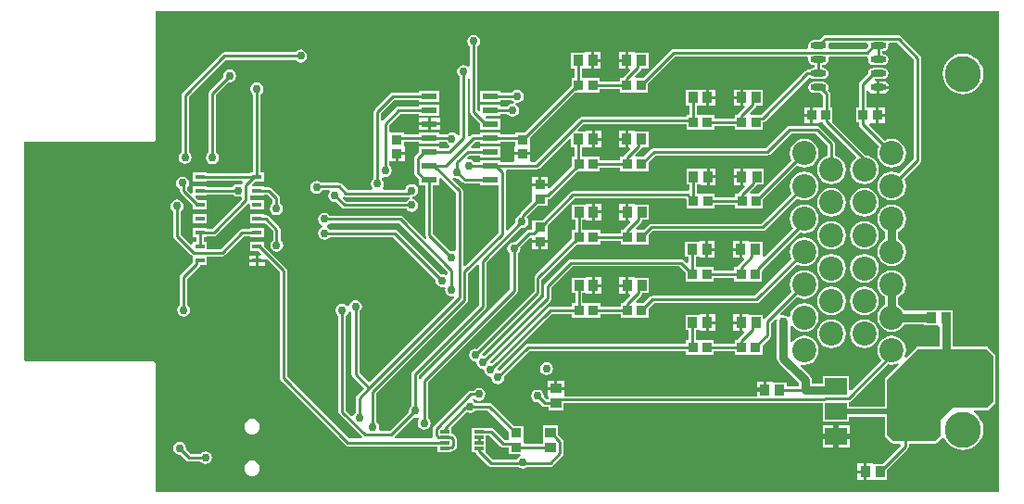
<source format=gbl>
%FSLAX23Y23*%
%MOIN*%
%SFA1B1*%

%IPPOS*%
%ADD13C,0.010000*%
%ADD16R,0.035430X0.039370*%
%ADD17R,0.039370X0.035430*%
%ADD26R,0.037400X0.033470*%
%ADD27R,0.033470X0.037400*%
%ADD28R,0.035000X0.016540*%
%ADD29R,0.057090X0.023620*%
%ADD30O,0.057090X0.023620*%
%ADD60C,0.030000*%
%ADD61C,0.129920*%
%ADD62C,0.086610*%
%ADD63C,0.030000*%
%ADD64R,0.078740X0.059060*%
%ADD65R,0.078740X0.149610*%
%ADD66R,0.035430X0.011810*%
%ADD67C,0.020000*%
%LNpedalboxrev2-1*%
%LPD*%
G36*
X3989Y10D02*
X953D01*
Y472*
X952Y475*
X950Y478*
X948Y479*
X944Y480*
X487*
X482Y485*
X482Y1269*
X944*
X948Y1270*
X950Y1271*
X952Y1274*
X953Y1277*
Y1739*
X3989*
Y10*
G37*
%LNpedalboxrev2-2*%
%LPC*%
G36*
X2555Y1592D02*
X2532D01*
Y1567*
X2555*
Y1592*
G37*
G36*
X2643D02*
X2620D01*
Y1567*
X2643*
Y1592*
G37*
G36*
X1476Y1602D02*
X1467Y1600D01*
X1459Y1595*
X1457Y1592*
X1201*
X1196Y1591*
X1191Y1588*
X1051Y1448*
X1048Y1444*
X1047Y1438*
Y1232*
X1044Y1230*
X1039Y1222*
X1037Y1213*
X1039Y1204*
X1044Y1197*
X1052Y1192*
X1061Y1190*
X1069Y1192*
X1077Y1197*
X1082Y1204*
X1084Y1213*
X1082Y1222*
X1077Y1230*
X1074Y1232*
Y1433*
X1206Y1565*
X1457*
X1459Y1562*
X1467Y1557*
X1476Y1555*
X1485Y1557*
X1492Y1562*
X1498Y1570*
X1499Y1579*
X1498Y1588*
X1492Y1595*
X1485Y1600*
X1476Y1602*
G37*
G36*
X2643Y1557D02*
X2620D01*
Y1533*
X2643*
Y1557*
G37*
G36*
X2555D02*
X2532D01*
Y1533*
X2555*
Y1557*
G37*
G36*
X1221Y1531D02*
X1212Y1529D01*
X1204Y1524*
X1199Y1516*
X1197Y1507*
X1198Y1503*
X1149Y1454*
X1146Y1450*
X1145Y1445*
Y1231*
X1142Y1229*
X1137Y1221*
X1135Y1212*
X1137Y1203*
X1142Y1196*
X1149Y1190*
X1158Y1189*
X1167Y1190*
X1175Y1196*
X1180Y1203*
X1182Y1212*
X1180Y1221*
X1175Y1229*
X1171Y1231*
Y1439*
X1217Y1485*
X1221Y1484*
X1230Y1486*
X1237Y1491*
X1242Y1498*
X1244Y1507*
X1242Y1516*
X1237Y1524*
X1230Y1529*
X1221Y1531*
G37*
G36*
X3569Y1488D02*
X3558D01*
Y1471*
X3591*
X3590Y1474*
X3585Y1482*
X3578Y1486*
X3569Y1488*
G37*
G36*
X3591Y1461D02*
X3558D01*
Y1444*
X3569*
X3578Y1445*
X3585Y1450*
X3590Y1457*
X3591Y1461*
G37*
G36*
X3569Y1536D02*
X3536D01*
X3528Y1535*
X3522Y1530*
X3517Y1524*
X3516Y1516*
X3516Y1515*
X3488Y1487*
X3485Y1483*
X3484Y1477*
Y1392*
X3474*
Y1339*
X3484*
Y1333*
X3485Y1328*
X3488Y1324*
X3557Y1255*
X3557Y1255*
X3552Y1242*
X3550Y1229*
X3552Y1215*
X3557Y1203*
X3565Y1192*
X3576Y1184*
X3588Y1179*
X3602Y1177*
X3615Y1179*
X3628Y1184*
X3638Y1192*
X3647Y1203*
X3652Y1215*
X3654Y1229*
X3652Y1242*
X3647Y1255*
X3638Y1265*
X3628Y1274*
X3615Y1279*
X3602Y1281*
X3588Y1279*
X3576Y1274*
X3576Y1274*
X3522Y1327*
X3523Y1337*
X3523Y1337*
X3545*
Y1366*
Y1394*
X3523*
Y1392*
X3511*
Y1452*
X3518Y1454*
X3520Y1450*
X3527Y1445*
X3536Y1444*
X3548*
Y1466*
Y1488*
X3544*
X3543Y1489*
X3540Y1495*
X3541Y1496*
X3569*
X3577Y1497*
X3584Y1502*
X3588Y1508*
X3590Y1516*
X3588Y1524*
X3584Y1530*
X3577Y1535*
X3569Y1536*
G37*
G36*
X3858Y1588D02*
X3843Y1586D01*
X3830Y1582*
X3817Y1575*
X3806Y1566*
X3797Y1555*
X3790Y1542*
X3786Y1529*
X3784Y1514*
X3786Y1500*
X3790Y1486*
X3797Y1474*
X3806Y1462*
X3817Y1453*
X3830Y1447*
X3843Y1442*
X3858Y1441*
X3872Y1442*
X3886Y1447*
X3899Y1453*
X3910Y1462*
X3919Y1474*
X3926Y1486*
X3930Y1500*
X3931Y1514*
X3930Y1529*
X3926Y1542*
X3919Y1555*
X3910Y1566*
X3899Y1575*
X3886Y1582*
X3872Y1586*
X3858Y1588*
G37*
G36*
X3355Y1486D02*
X3321D01*
X3314Y1485*
X3307Y1480*
X3303Y1474*
X3301Y1466*
X3303Y1458*
X3307Y1452*
X3314Y1447*
X3321Y1446*
X3345*
X3354Y1436*
Y1392*
X3340*
Y1394*
X3318*
Y1366*
Y1337*
X3340*
Y1339*
X3355*
X3355Y1338*
X3358Y1334*
X3474Y1218*
X3473Y1211*
X3467Y1206*
X3459Y1196*
X3453Y1183*
X3452Y1170*
X3453Y1156*
X3459Y1144*
X3467Y1133*
X3478Y1125*
X3490Y1120*
X3503Y1118*
X3517Y1120*
X3529Y1125*
X3540Y1133*
X3548Y1144*
X3553Y1156*
X3555Y1170*
X3553Y1183*
X3548Y1196*
X3540Y1206*
X3529Y1215*
X3517Y1220*
X3509Y1221*
X3389Y1340*
Y1392*
X3381*
Y1442*
X3380Y1447*
X3377Y1451*
X3372Y1456*
X3373Y1458*
X3375Y1466*
X3373Y1474*
X3369Y1480*
X3363Y1485*
X3355Y1486*
G37*
G36*
X3576Y1394D02*
X3555D01*
Y1371*
X3576*
Y1394*
G37*
G36*
X3308D02*
X3287D01*
Y1371*
X3308*
Y1394*
G37*
G36*
X1977Y1356D02*
X1943D01*
Y1339*
X1977*
Y1356*
G37*
G36*
X1933D02*
X1900D01*
Y1339*
X1933*
Y1356*
G37*
G36*
X3576Y1361D02*
X3555D01*
Y1337*
X3576*
Y1361*
G37*
G36*
X3308D02*
X3287D01*
Y1337*
X3308*
Y1361*
G37*
G36*
X1977Y1329D02*
X1943D01*
Y1312*
X1977*
Y1329*
G37*
G36*
X1933D02*
X1900D01*
Y1312*
X1933*
Y1329*
G37*
G36*
X2556Y1309D02*
X2533D01*
Y1284*
X2556*
Y1309*
G37*
G36*
X2644D02*
X2621D01*
Y1284*
X2644*
Y1309*
G37*
G36*
Y1274D02*
X2621D01*
Y1249*
X2644*
Y1274*
G37*
G36*
X2556D02*
X2533D01*
Y1249*
X2556*
Y1274*
G37*
G36*
X1851Y1222D02*
X1827D01*
Y1200*
X1851*
Y1222*
G37*
G36*
X1318Y1484D02*
X1309Y1482D01*
X1302Y1477*
X1297Y1469*
X1295Y1460*
X1297Y1451*
X1302Y1444*
X1305Y1441*
Y1159*
X1293*
Y1156*
X1139*
Y1159*
X1088*
Y1126*
X1139*
Y1129*
X1263*
X1267Y1122*
X1266Y1119*
X1260Y1117*
X1251Y1118*
X1242Y1117*
X1235Y1112*
X1231Y1106*
X1139*
Y1109*
X1088*
Y1087*
X1082Y1084*
X1068Y1098*
Y1106*
X1073Y1113*
X1075Y1122*
X1073Y1131*
X1068Y1138*
X1060Y1143*
X1051Y1145*
X1042Y1143*
X1035Y1138*
X1029Y1131*
X1028Y1122*
X1029Y1113*
X1035Y1105*
X1042Y1100*
Y1092*
X1043Y1087*
X1046Y1083*
X1088Y1040*
Y1026*
X1139*
Y1059*
X1107*
X1096Y1070*
X1099Y1076*
X1139*
Y1079*
X1234*
X1235Y1078*
X1242Y1073*
X1251Y1072*
X1258Y1073*
X1264Y1069*
X1265Y1063*
X1158Y956*
X1139*
Y959*
X1088*
Y926*
X1100*
Y909*
X1088*
Y902*
X1082Y899*
X1044Y937*
Y1020*
X1048Y1022*
X1053Y1030*
X1054Y1039*
X1053Y1048*
X1048Y1055*
X1040Y1061*
X1031Y1062*
X1022Y1061*
X1014Y1055*
X1009Y1048*
X1008Y1039*
X1009Y1030*
X1014Y1022*
X1018Y1020*
Y931*
X1019Y926*
X1022Y922*
X1081Y862*
X1086Y859*
X1088Y859*
Y841*
X1088Y839*
Y836*
X1045Y793*
X1042Y789*
X1041Y784*
Y684*
X1038Y681*
X1033Y674*
X1031Y665*
X1033Y656*
X1038Y648*
X1046Y643*
X1055Y641*
X1064Y643*
X1071Y648*
X1076Y656*
X1078Y665*
X1076Y674*
X1071Y681*
X1068Y684*
Y778*
X1111Y821*
X1113Y825*
X1114Y826*
X1139*
Y858*
X1194*
X1199Y859*
X1204Y862*
X1271Y929*
X1293*
Y926*
X1344*
Y959*
X1293*
Y956*
X1265*
X1260Y955*
X1256Y952*
X1189Y885*
X1139*
Y909*
X1127*
Y926*
X1139*
Y929*
X1163*
X1168Y930*
X1172Y933*
X1286Y1047*
X1293Y1044*
Y1026*
X1344*
Y1059*
X1300*
X1293Y1059*
X1293Y1066*
Y1069*
X1293Y1076*
X1344*
Y1079*
X1357*
X1375Y1061*
Y1048*
X1372Y1046*
X1367Y1038*
X1365Y1029*
X1367Y1020*
X1372Y1012*
X1379Y1007*
X1388Y1006*
X1397Y1007*
X1405Y1012*
X1410Y1020*
X1412Y1029*
X1410Y1038*
X1405Y1046*
X1402Y1048*
Y1066*
X1401Y1072*
X1398Y1076*
X1371Y1102*
X1367Y1105*
X1362Y1106*
X1344*
Y1109*
X1303*
X1301Y1115*
X1312Y1126*
X1344*
Y1159*
X1332*
Y1441*
X1335Y1444*
X1340Y1451*
X1342Y1460*
X1340Y1469*
X1335Y1477*
X1327Y1482*
X1318Y1484*
G37*
G36*
X2098Y1655D02*
X2089Y1654D01*
X2081Y1648*
X2076Y1641*
X2074Y1632*
X2076Y1623*
X2081Y1615*
X2085Y1613*
Y1544*
X2083Y1542*
X2078Y1541*
X2071Y1545*
X2062Y1547*
X2054Y1545*
X2046Y1540*
X2041Y1532*
X2039Y1523*
X2041Y1514*
X2046Y1507*
X2049Y1504*
Y1296*
X2046Y1294*
X2037Y1296*
X2036Y1298*
X2028Y1303*
X2019Y1305*
X2010Y1303*
X2003Y1298*
X2001Y1296*
X1975*
Y1304*
X1902*
Y1297*
X1849*
Y1303*
X1800*
X1796*
X1793Y1309*
Y1330*
X1834Y1371*
X1902*
Y1364*
X1975*
Y1404*
X1902*
Y1397*
X1829*
X1824Y1396*
X1819Y1393*
X1772Y1346*
X1766Y1348*
X1765Y1349*
Y1372*
X1814Y1421*
X1902*
Y1414*
X1975*
Y1454*
X1902*
Y1447*
X1808*
X1803Y1446*
X1799Y1443*
X1743Y1387*
X1740Y1383*
X1739Y1378*
Y1137*
X1735Y1135*
X1730Y1128*
X1729Y1119*
X1730Y1110*
X1733Y1105*
X1730Y1098*
X1644*
X1624Y1119*
X1619Y1121*
X1614Y1122*
X1550*
X1550Y1123*
X1542Y1128*
X1533Y1130*
X1524Y1128*
X1516Y1123*
X1511Y1116*
X1510Y1107*
X1511Y1098*
X1516Y1090*
X1524Y1085*
X1533Y1083*
X1542Y1085*
X1550Y1090*
X1553Y1096*
X1576*
X1580Y1089*
X1577Y1085*
X1575Y1076*
X1577Y1067*
X1582Y1060*
X1590Y1055*
X1599Y1053*
X1603Y1054*
X1624Y1032*
X1628Y1030*
X1633Y1029*
X1856*
X1858Y1025*
X1866Y1020*
X1875Y1018*
X1883Y1020*
X1891Y1025*
X1896Y1033*
X1898Y1042*
X1896Y1051*
X1891Y1058*
X1883Y1063*
X1879Y1064*
X1877Y1065*
X1877Y1065*
Y1072*
X1879Y1072*
X1883Y1073*
X1891Y1078*
X1896Y1086*
X1898Y1095*
X1896Y1104*
X1891Y1112*
X1883Y1117*
X1875Y1118*
X1866Y1117*
X1858Y1112*
X1853Y1104*
X1852Y1098*
X1774*
X1771Y1105*
X1774Y1110*
X1775Y1119*
X1774Y1128*
X1769Y1135*
X1769Y1139*
X1776Y1144*
X1780Y1143*
X1789Y1145*
X1797Y1150*
X1802Y1158*
X1803Y1167*
X1802Y1176*
X1797Y1183*
X1793Y1186*
Y1193*
X1794Y1200*
X1800*
X1817*
Y1227*
X1822*
Y1232*
X1851*
Y1254*
X1849*
Y1271*
X1902*
Y1264*
X1975*
Y1269*
X2000*
X2003Y1265*
X2009Y1261*
X2012Y1253*
X2006Y1247*
X1975*
Y1254*
X1902*
Y1233*
X1888Y1219*
X1885Y1214*
X1884Y1209*
Y1159*
X1885Y1154*
X1888Y1149*
X1902Y1135*
Y1114*
X1925*
Y935*
X1926Y929*
X1929Y925*
X1924Y920*
X1844Y1001*
X1839Y1004*
X1834Y1005*
X1580*
X1578Y1008*
X1570Y1013*
X1562Y1015*
X1553Y1013*
X1545Y1008*
X1540Y1001*
X1538Y992*
X1540Y983*
X1545Y975*
X1552Y970*
X1553Y968*
Y965*
X1552Y963*
X1545Y958*
X1540Y950*
X1538Y941*
X1540Y932*
X1545Y925*
X1553Y920*
X1562Y918*
X1570Y920*
X1578Y925*
X1580Y928*
X1808*
X1961Y775*
X1960Y771*
X1962Y762*
X1967Y754*
X1975Y749*
X1984Y748*
X1990Y749*
X1995Y744*
X1996Y743*
X1995Y738*
X1997Y729*
X2002Y721*
X2009Y716*
X2018Y714*
X2026Y716*
X2029Y711*
X2030Y710*
X1722Y403*
X1686Y439*
Y659*
X1689Y661*
X1694Y669*
X1696Y678*
X1694Y687*
X1689Y694*
X1682Y699*
X1673Y701*
X1664Y699*
X1656Y694*
X1651Y687*
X1650Y681*
X1643Y680*
X1642Y680*
X1634Y686*
X1625Y687*
X1617Y686*
X1609Y680*
X1604Y673*
X1602Y664*
X1604Y655*
X1609Y647*
X1612Y645*
Y298*
X1613Y293*
X1616Y289*
X1697Y209*
X1695Y203*
X1694Y202*
X1651*
X1426Y426*
Y807*
X1425Y812*
X1422Y817*
X1344Y895*
Y909*
X1293*
Y876*
X1325*
X1334Y867*
X1331Y861*
X1323*
Y848*
X1349*
X1352Y849*
X1400Y802*
Y421*
X1401Y416*
X1404Y411*
X1636Y179*
X1640Y176*
X1645Y175*
X1968*
Y154*
X2019*
Y156*
X2022Y156*
X2026Y159*
X2034Y167*
X2037Y171*
X2038Y176*
Y199*
X2037Y204*
X2034Y208*
X2026Y216*
X2022Y219*
X2019Y219*
Y241*
X2018Y244*
X2073Y298*
X2076Y296*
X2085Y294*
X2094Y296*
X2102Y301*
X2104Y304*
X2149*
X2225Y228*
Y197*
X2218Y196*
X2210*
X2170Y236*
X2166Y239*
X2160Y240*
X2141*
Y241*
X2090*
Y193*
Y154*
X2105*
X2105Y152*
X2108Y148*
X2152Y104*
X2156Y101*
X2161Y100*
X2259*
X2266Y96*
X2275Y94*
X2284Y96*
X2291Y100*
X2373*
X2378Y101*
X2383Y104*
X2418Y140*
X2421Y144*
X2422Y149*
Y191*
X2421Y196*
X2418Y200*
X2408Y210*
X2406Y211*
X2401Y216*
Y249*
X2346*
Y202*
Y197*
Y195*
Y184*
X2283*
X2278Y189*
Y195*
Y202*
Y247*
X2244*
X2163Y327*
X2159Y330*
X2154Y331*
X2104*
X2102Y334*
X2097Y337*
X2095Y344*
X2101Y345*
X2109Y340*
X2118Y338*
X2127Y340*
X2134Y345*
X2139Y353*
X2141Y362*
X2139Y371*
X2134Y378*
X2127Y383*
X2118Y385*
X2109Y383*
X2101Y378*
X2099Y375*
X2086*
X2081Y374*
X2077Y371*
X1954Y248*
X1951Y243*
X1950Y238*
Y216*
X1951Y211*
X1952Y209*
X1949Y202*
X1816*
X1814Y203*
X1813Y209*
X1883Y279*
X1887Y278*
X1896Y280*
X1897Y280*
X1902Y276*
X1902Y273*
X1898Y266*
X1896Y257*
X1898Y248*
X1903Y241*
X1911Y236*
X1920Y234*
X1929Y236*
X1936Y241*
X1941Y248*
X1943Y257*
X1941Y266*
X1936Y274*
X1933Y276*
Y405*
X2252Y724*
X2255Y728*
X2256Y733*
Y868*
X2259Y870*
X2264Y877*
X2266Y886*
X2265Y890*
X2300Y925*
X2307Y923*
Y916*
X2365*
Y938*
X2363*
Y968*
X2461Y1066*
X2860*
X2865Y1062*
Y1029*
X2909*
X2914*
X2921*
X2965*
Y1042*
X3039*
Y1029*
X3083*
X3088*
X3095*
X3139*
Y1064*
X3260Y1185*
X3261Y1184*
X3274Y1179*
X3287Y1177*
X3300Y1179*
X3313Y1184*
X3323Y1192*
X3332Y1203*
X3337Y1215*
X3339Y1229*
X3337Y1242*
X3332Y1255*
X3323Y1265*
X3313Y1274*
X3300Y1279*
X3287Y1281*
X3274Y1279*
X3261Y1274*
X3250Y1265*
X3242Y1255*
X3237Y1242*
X3235Y1229*
X3237Y1215*
X3242Y1204*
X3121Y1082*
X3095*
X3092Y1089*
X3112Y1109*
X3115Y1114*
X3116Y1117*
X3141*
Y1173*
X3090*
Y1175*
X3067*
Y1145*
Y1115*
X3072*
X3075Y1109*
X3054Y1089*
X3051Y1084*
X3051Y1082*
X3039*
Y1069*
X2965*
Y1082*
X2921*
X2916*
X2909*
X2902*
Y1117*
X2914*
Y1115*
X2936*
Y1145*
Y1175*
X2914*
Y1173*
X2863*
Y1117*
X2875*
Y1097*
X2874Y1096*
X2868Y1092*
X2866Y1092*
X2455*
X2450Y1091*
X2446Y1089*
X2344Y987*
X2309*
Y956*
X2307Y954*
X2297*
X2292Y953*
X2288Y950*
X2247Y909*
X2243Y910*
X2234Y908*
X2226Y903*
X2221Y895*
X2219Y886*
X2221Y877*
X2226Y870*
X2229Y868*
Y739*
X1910Y420*
X1908Y416*
X1901Y416*
Y428*
X2139Y667*
X2142Y671*
X2143Y676*
Y836*
X2267Y960*
X2271Y959*
X2280Y961*
X2288Y966*
X2293Y974*
X2295Y983*
X2293Y992*
X2288Y999*
Y1000*
X2328Y1040*
X2363*
Y1063*
X2365*
X2370Y1064*
X2374Y1067*
X2470Y1163*
X2495*
X2501*
X2508*
X2552*
Y1176*
X2625*
Y1163*
X2670*
X2675*
X2682*
X2726*
Y1195*
X2752Y1221*
X3155*
X3160Y1222*
X3164Y1225*
X3240Y1301*
X3328*
X3372Y1257*
Y1220*
X3372Y1220*
X3359Y1215*
X3349Y1206*
X3341Y1196*
X3335Y1183*
X3334Y1170*
X3335Y1156*
X3341Y1144*
X3349Y1133*
X3359Y1125*
X3372Y1120*
X3385Y1118*
X3399Y1120*
X3411Y1125*
X3422Y1133*
X3430Y1144*
X3435Y1156*
X3437Y1170*
X3435Y1183*
X3430Y1196*
X3422Y1206*
X3411Y1215*
X3399Y1220*
X3399Y1220*
Y1262*
X3398Y1267*
X3395Y1271*
X3342Y1324*
X3338Y1327*
X3333Y1328*
X3235*
X3230Y1327*
X3225Y1324*
X3150Y1248*
X2747*
X2741Y1247*
X2737Y1244*
X2709Y1216*
X2682*
X2679Y1223*
X2699Y1243*
X2702Y1247*
X2703Y1251*
X2728*
Y1307*
X2677*
Y1309*
X2654*
Y1279*
X2649*
X2654*
Y1249*
X2658*
X2661Y1243*
X2641Y1222*
X2638Y1218*
X2637Y1216*
X2625*
Y1203*
X2552*
Y1216*
X2508*
X2502*
X2495*
X2488*
Y1251*
X2500*
Y1249*
X2523*
Y1279*
Y1309*
X2500*
Y1307*
X2475*
X2472Y1313*
X2492Y1333*
X2863*
Y1312*
X2907*
X2912*
X2919*
X2963*
Y1326*
X3037*
Y1312*
X3081*
X3086*
X3093*
X3137*
Y1340*
X3141Y1341*
X3146Y1343*
X3301Y1498*
X3307Y1502*
X3314Y1497*
X3321Y1496*
X3355*
X3363Y1497*
X3369Y1502*
X3373Y1508*
X3375Y1516*
X3373Y1524*
X3369Y1530*
X3363Y1535*
X3355Y1536*
X3351*
Y1546*
X3355*
X3363Y1547*
X3369Y1552*
X3373Y1558*
X3375Y1566*
X3374Y1571*
X3379Y1578*
X3512*
X3513Y1576*
X3515Y1575*
X3517Y1571*
X3516Y1566*
X3517Y1558*
X3522Y1552*
X3528Y1547*
X3536Y1546*
X3569*
X3577Y1547*
X3584Y1552*
X3588Y1558*
X3590Y1566*
X3588Y1574*
X3584Y1580*
X3577Y1585*
X3569Y1586*
X3566*
Y1596*
X3569*
X3577Y1597*
X3584Y1602*
X3588Y1608*
X3590Y1616*
X3589Y1620*
X3593Y1627*
X3621*
X3682Y1566*
Y1210*
X3628Y1155*
X3628Y1156*
X3615Y1161*
X3602Y1162*
X3588Y1161*
X3576Y1156*
X3565Y1147*
X3557Y1137*
X3552Y1124*
X3550Y1111*
X3552Y1097*
X3557Y1085*
X3565Y1074*
X3576Y1066*
X3588Y1061*
X3602Y1059*
X3615Y1061*
X3628Y1066*
X3638Y1074*
X3647Y1085*
X3652Y1097*
X3654Y1111*
X3652Y1124*
X3647Y1137*
X3647Y1137*
X3705Y1195*
X3708Y1199*
X3709Y1204*
Y1571*
X3708Y1576*
X3705Y1581*
X3635Y1650*
X3631Y1653*
X3626Y1654*
X3363*
X3358Y1653*
X3354Y1650*
X3340Y1636*
X3321*
X3314Y1635*
X3307Y1630*
X3303Y1624*
X3301Y1616*
X3302Y1611*
X3298Y1604*
X2816*
X2811Y1603*
X2807Y1600*
X2706Y1500*
X2681*
X2678Y1507*
X2698Y1527*
X2701Y1531*
X2702Y1535*
X2727*
Y1590*
X2676*
Y1592*
X2653*
Y1562*
Y1533*
X2657*
X2660Y1526*
X2640Y1506*
X2637Y1502*
X2636Y1500*
X2624*
Y1486*
X2551*
Y1500*
X2507*
X2501*
X2494*
X2487*
Y1535*
X2499*
Y1533*
X2522*
Y1562*
Y1592*
X2499*
Y1590*
X2448*
Y1535*
X2461*
Y1500*
X2450*
Y1471*
X2447Y1469*
X2281Y1303*
X2246*
Y1297*
X2195*
Y1304*
X2122*
Y1297*
X2099*
X2094Y1296*
X2089Y1293*
X2083Y1287*
X2076Y1290*
Y1499*
X2078Y1500*
X2085Y1497*
Y1378*
X2086Y1373*
X2089Y1369*
X2122Y1335*
Y1314*
X2195*
Y1354*
X2142*
X2140Y1357*
X2143Y1364*
X2195*
Y1371*
X2219*
X2222Y1367*
X2229Y1362*
X2238Y1361*
X2247Y1362*
X2255Y1367*
X2260Y1375*
X2262Y1384*
X2260Y1393*
X2255Y1401*
X2249Y1404*
X2252Y1411*
X2254Y1411*
X2263Y1412*
X2271Y1417*
X2276Y1425*
X2277Y1434*
X2276Y1443*
X2271Y1451*
X2263Y1456*
X2254Y1457*
X2245Y1456*
X2237Y1451*
X2235Y1447*
X2195*
Y1454*
X2122*
Y1414*
X2195*
Y1421*
X2235*
X2237Y1417*
X2243Y1414*
X2240Y1407*
X2238Y1407*
X2229Y1406*
X2222Y1401*
X2219Y1397*
X2195*
Y1404*
X2122*
Y1382*
X2116Y1379*
X2111Y1384*
Y1613*
X2115Y1615*
X2120Y1623*
X2121Y1632*
X2120Y1641*
X2115Y1648*
X2107Y1654*
X2098Y1655*
G37*
G36*
X2969Y1175D02*
X2946D01*
Y1150*
X2969*
Y1175*
G37*
G36*
X3057D02*
X3035D01*
Y1150*
X3057*
Y1175*
G37*
G36*
Y1140D02*
X3035D01*
Y1115*
X3057*
Y1140*
G37*
G36*
X2969D02*
X2946D01*
Y1115*
X2969*
Y1140*
G37*
G36*
X3287Y1162D02*
X3274Y1161D01*
X3261Y1156*
X3250Y1147*
X3242Y1137*
X3237Y1124*
X3235Y1111*
X3237Y1097*
X3242Y1085*
X3242Y1085*
X3133Y975*
X2737*
X2732Y974*
X2727Y971*
X2710Y954*
X2683*
X2680Y961*
X2700Y981*
X2703Y986*
X2704Y990*
X2729*
Y1045*
X2678*
Y1047*
X2655*
Y1017*
Y988*
X2659*
X2662Y981*
X2642Y961*
X2639Y956*
X2638Y954*
X2626*
Y941*
X2553*
Y954*
X2509*
X2503*
X2496*
X2489*
Y990*
X2501*
Y988*
X2524*
Y1017*
Y1047*
X2501*
Y1045*
X2450*
Y990*
X2463*
Y954*
X2452*
Y922*
X2320Y789*
X2317Y785*
X2316Y780*
Y732*
X2109Y525*
X2105Y526*
X2096Y524*
X2088Y519*
X2083Y511*
X2081Y502*
X2083Y493*
X2088Y486*
X2096Y481*
X2102Y480*
X2106Y477*
X2109Y473*
X2110Y467*
X2115Y459*
X2123Y454*
X2129Y453*
X2133Y450*
X2136Y446*
X2137Y440*
X2142Y432*
X2150Y427*
X2159Y425*
X2162Y422*
X2164Y413*
X2169Y405*
X2176Y400*
X2185Y398*
X2194Y400*
X2202Y405*
X2207Y413*
X2209Y422*
X2208Y426*
X2299Y517*
X2862*
Y503*
X2906*
X2911*
X2918*
X2962*
Y517*
X3036*
Y503*
X3080*
X3085*
X3092*
X3136*
Y538*
X3163Y565*
X3166Y569*
X3167Y574*
Y618*
X3184Y635*
X3185Y635*
X3190Y631*
X3189Y624*
Y491*
X3190Y482*
X3196Y474*
X3267Y402*
Y390*
X3224*
Y404*
X3173*
Y406*
X3150*
Y376*
X3145*
Y371*
X3117*
Y355*
X2423*
Y377*
X2393*
X2364*
Y355*
X2366*
Y344*
X2359Y343*
X2350Y352*
X2351Y356*
X2349Y365*
X2344Y372*
X2336Y377*
X2327Y379*
X2318Y377*
X2311Y372*
X2306Y365*
X2304Y356*
X2306Y347*
X2311Y339*
X2318Y334*
X2327Y332*
X2331Y333*
X2344Y320*
X2349Y317*
X2354Y316*
X2366*
Y304*
X2421*
Y329*
X3355*
Y262*
X3449*
Y281*
X3576*
Y217*
X3577Y214*
X3578Y211*
X3602Y188*
X3605Y186*
X3608Y185*
X3632*
X3635Y178*
X3567Y110*
X3534*
Y112*
X3511*
Y82*
Y52*
X3534*
Y54*
X3585*
Y91*
X3659Y165*
X3662Y170*
X3663Y175*
Y185*
X3759*
X3762Y186*
X3765Y188*
X3783Y206*
X3785Y206*
X3789Y205*
X3791Y204*
X3797Y194*
X3806Y183*
X3817Y174*
X3830Y167*
X3843Y163*
X3858Y161*
X3872Y163*
X3886Y167*
X3899Y174*
X3910Y183*
X3919Y194*
X3926Y207*
X3930Y220*
X3931Y235*
X3930Y249*
X3926Y263*
X3919Y275*
X3910Y287*
X3899Y296*
X3897Y296*
X3899Y303*
X3945*
X3948Y304*
X3951Y306*
X3973Y327*
X3975Y330*
X3975Y333*
Y500*
X3975Y503*
X3973Y505*
X3948Y530*
X3946Y532*
X3942Y532*
X3820*
Y609*
X3822*
Y664*
X3776*
X3771*
X3764*
X3718*
Y662*
X3648*
X3647Y664*
X3638Y675*
X3628Y683*
X3625Y684*
Y711*
X3628Y712*
X3638Y720*
X3647Y731*
X3652Y743*
X3654Y756*
X3652Y770*
X3647Y782*
X3638Y793*
X3628Y801*
X3615Y806*
X3602Y808*
X3588Y806*
X3576Y801*
X3565Y793*
X3557Y782*
X3552Y770*
X3550Y756*
X3552Y743*
X3557Y731*
X3565Y720*
X3576Y712*
X3578Y711*
Y684*
X3576Y683*
X3565Y675*
X3557Y664*
X3552Y652*
X3550Y638*
X3552Y625*
X3557Y612*
X3565Y602*
X3576Y593*
X3588Y588*
X3602Y587*
X3615Y588*
X3628Y593*
X3638Y602*
X3647Y612*
X3648Y615*
X3718*
Y609*
X3764*
X3769*
X3773Y603*
Y532*
X3695*
X3692Y532*
X3690Y530*
X3654Y495*
X3648Y499*
X3652Y507*
X3654Y520*
X3652Y534*
X3647Y546*
X3638Y557*
X3628Y565*
X3615Y570*
X3602Y572*
X3588Y570*
X3576Y565*
X3565Y557*
X3557Y546*
X3552Y534*
X3550Y520*
X3552Y507*
X3557Y494*
X3565Y484*
X3456Y376*
X3449Y378*
Y428*
X3355*
Y400*
X3314*
Y412*
X3313Y421*
X3307Y428*
X3273Y463*
X3276Y470*
X3287Y468*
X3300Y470*
X3313Y475*
X3323Y484*
X3332Y494*
X3337Y507*
X3339Y520*
X3337Y534*
X3332Y546*
X3323Y557*
X3313Y565*
X3300Y570*
X3287Y572*
X3274Y570*
X3261Y565*
X3250Y557*
X3246Y552*
X3237Y551*
X3236Y552*
Y607*
X3237Y608*
X3246Y607*
X3250Y602*
X3261Y593*
X3274Y588*
X3287Y587*
X3300Y588*
X3313Y593*
X3323Y602*
X3332Y612*
X3337Y625*
X3339Y638*
X3337Y652*
X3332Y664*
X3323Y675*
X3313Y683*
X3300Y688*
X3287Y690*
X3274Y688*
X3261Y683*
X3250Y675*
X3242Y664*
X3237Y652*
X3236Y642*
X3229Y640*
X3221Y645*
X3212Y647*
X3205Y645*
X3201Y651*
X3201Y651*
X3261Y712*
X3261Y712*
X3274Y706*
X3287Y705*
X3300Y706*
X3313Y712*
X3323Y720*
X3332Y731*
X3337Y743*
X3339Y756*
X3337Y770*
X3332Y782*
X3323Y793*
X3313Y801*
X3300Y806*
X3287Y808*
X3274Y806*
X3261Y801*
X3250Y793*
X3242Y782*
X3237Y770*
X3235Y756*
X3237Y743*
X3242Y731*
X3242Y730*
X3145Y634*
X3142Y634*
X3138Y636*
Y647*
X3087*
Y649*
X3065*
Y620*
Y590*
X3069*
X3072Y583*
X3051Y563*
X3048Y559*
X3048Y557*
X3036*
Y543*
X2962*
Y557*
X2918*
X2913*
X2906*
X2899*
Y592*
X2911*
Y590*
X2933*
Y620*
Y649*
X2911*
Y647*
X2860*
Y592*
X2872*
Y557*
X2862*
Y543*
X2294*
X2289Y542*
X2284Y539*
X2192Y447*
X2186Y448*
X2183Y454*
X2379Y651*
X2452*
Y637*
X2496*
X2502*
X2509*
X2553*
Y651*
X2626*
Y637*
X2671*
X2676*
X2683*
X2727*
Y670*
X2746Y689*
X3115*
X3120Y690*
X3124Y693*
X3261Y830*
X3261Y830*
X3274Y825*
X3287Y823*
X3300Y825*
X3313Y830*
X3323Y838*
X3332Y849*
X3337Y861*
X3339Y875*
X3337Y888*
X3332Y900*
X3323Y911*
X3313Y919*
X3300Y924*
X3287Y926*
X3274Y924*
X3261Y919*
X3250Y911*
X3242Y900*
X3237Y888*
X3235Y875*
X3237Y861*
X3242Y849*
X3242Y849*
X3109Y716*
X2741*
X2736Y715*
X2731Y712*
X2710Y691*
X2683*
X2680Y698*
X2700Y718*
X2703Y722*
X2704Y726*
X2729*
Y781*
X2678*
Y783*
X2655*
Y753*
Y724*
X2659*
X2662Y717*
X2642Y697*
X2639Y693*
X2638Y691*
X2626*
Y677*
X2553*
Y691*
X2509*
X2503*
X2496*
X2489*
Y726*
X2501*
Y724*
X2524*
Y753*
Y783*
X2501*
Y781*
X2450*
Y726*
X2463*
Y691*
X2452*
Y677*
X2374*
X2369Y676*
X2364Y673*
X2164Y473*
X2158Y475*
X2156Y481*
X2373Y698*
X2376Y703*
X2377Y708*
Y745*
X2454Y822*
X2839*
X2861Y800*
Y767*
X2905*
X2910*
X2917*
X2961*
Y781*
X3035*
Y767*
X3079*
X3084*
X3091*
X3135*
Y804*
X3136Y806*
Y809*
X3271Y944*
X3274Y943*
X3287Y941*
X3300Y943*
X3313Y948*
X3323Y956*
X3332Y967*
X3337Y979*
X3339Y993*
X3337Y1006*
X3332Y1018*
X3323Y1029*
X3313Y1037*
X3300Y1043*
X3287Y1044*
X3274Y1043*
X3261Y1037*
X3250Y1029*
X3242Y1018*
X3237Y1006*
X3235Y993*
X3237Y979*
X3242Y967*
X3248Y959*
X3144Y855*
X3137Y858*
Y862*
Y911*
X3086*
Y913*
X3064*
Y883*
Y854*
X3068*
X3071Y847*
X3050Y827*
X3047Y822*
X3047Y820*
X3035*
Y807*
X2961*
Y820*
X2917*
X2912*
X2905*
X2898*
Y856*
X2910*
Y854*
X2932*
Y883*
Y913*
X2910*
Y911*
X2859*
Y856*
X2871*
Y836*
X2865Y833*
X2853Y845*
X2849Y847*
X2844Y848*
X2448*
X2443Y847*
X2439Y845*
X2354Y760*
X2351Y756*
X2350Y750*
Y713*
X2137Y500*
X2131Y501*
X2129Y508*
X2339Y717*
X2341Y722*
X2342Y727*
Y775*
X2469Y901*
X2496*
X2502*
X2509*
X2553*
Y914*
X2626*
Y901*
X2671*
X2676*
X2683*
X2727*
Y934*
X2742Y949*
X3138*
X3143Y950*
X3148Y953*
X3261Y1066*
X3261Y1066*
X3274Y1061*
X3287Y1059*
X3300Y1061*
X3313Y1066*
X3323Y1074*
X3332Y1085*
X3337Y1097*
X3339Y1111*
X3337Y1124*
X3332Y1137*
X3323Y1147*
X3313Y1156*
X3300Y1161*
X3287Y1162*
G37*
G36*
X2557Y1047D02*
X2534D01*
Y1022*
X2557*
Y1047*
G37*
G36*
X2645D02*
X2622D01*
Y1022*
X2645*
Y1047*
G37*
G36*
X3503Y1103D02*
X3490Y1102D01*
X3478Y1096*
X3467Y1088*
X3459Y1078*
X3453Y1065*
X3452Y1052*
X3453Y1038*
X3459Y1026*
X3467Y1015*
X3478Y1007*
X3490Y1002*
X3503Y1000*
X3517Y1002*
X3529Y1007*
X3540Y1015*
X3548Y1026*
X3553Y1038*
X3555Y1052*
X3553Y1065*
X3548Y1078*
X3540Y1088*
X3529Y1096*
X3517Y1102*
X3503Y1103*
G37*
G36*
X3385D02*
X3372Y1102D01*
X3359Y1096*
X3349Y1088*
X3341Y1078*
X3335Y1065*
X3334Y1052*
X3335Y1038*
X3341Y1026*
X3349Y1015*
X3359Y1007*
X3372Y1002*
X3385Y1000*
X3399Y1002*
X3411Y1007*
X3422Y1015*
X3430Y1026*
X3435Y1038*
X3437Y1052*
X3435Y1065*
X3430Y1078*
X3422Y1088*
X3411Y1096*
X3399Y1102*
X3385Y1103*
G37*
G36*
X2645Y1012D02*
X2622D01*
Y988*
X2645*
Y1012*
G37*
G36*
X2557D02*
X2534D01*
Y988*
X2557*
Y1012*
G37*
G36*
X1139Y1009D02*
X1088D01*
Y976*
X1139*
Y1009*
G37*
G36*
X2965Y913D02*
X2942D01*
Y888*
X2965*
Y913*
G37*
G36*
X3054D02*
X3031D01*
Y888*
X3054*
Y913*
G37*
G36*
X2365Y906D02*
X2341D01*
Y884*
X2365*
Y906*
G37*
G36*
X2331D02*
X2307D01*
Y884*
X2331*
Y906*
G37*
G36*
X3503Y985D02*
X3490Y984D01*
X3478Y978*
X3467Y970*
X3459Y959*
X3453Y947*
X3452Y934*
X3453Y920*
X3459Y908*
X3467Y897*
X3478Y889*
X3490Y884*
X3503Y882*
X3517Y884*
X3529Y889*
X3540Y897*
X3548Y908*
X3553Y920*
X3555Y934*
X3553Y947*
X3548Y959*
X3540Y970*
X3529Y978*
X3517Y984*
X3503Y985*
G37*
G36*
X3385D02*
X3372Y984D01*
X3359Y978*
X3349Y970*
X3341Y959*
X3335Y947*
X3334Y934*
X3335Y920*
X3341Y908*
X3349Y897*
X3359Y889*
X3372Y884*
X3385Y882*
X3399Y884*
X3411Y889*
X3422Y897*
X3430Y908*
X3435Y920*
X3437Y934*
X3435Y947*
X3430Y959*
X3422Y970*
X3411Y978*
X3399Y984*
X3385Y985*
G37*
G36*
X1344Y1009D02*
X1293D01*
Y976*
X1344*
X1350Y975*
X1376Y949*
Y917*
X1373Y915*
X1368Y907*
X1366Y898*
X1368Y889*
X1373Y882*
X1380Y876*
X1389Y875*
X1398Y876*
X1406Y882*
X1411Y889*
X1413Y898*
X1411Y907*
X1406Y915*
X1403Y917*
Y954*
X1402Y959*
X1399Y964*
X1360Y1002*
X1356Y1005*
X1351Y1006*
X1344*
Y1009*
G37*
G36*
X3054Y878D02*
X3031D01*
Y854*
X3054*
Y878*
G37*
G36*
X2965D02*
X2942D01*
Y854*
X2965*
Y878*
G37*
G36*
X1313Y861D02*
X1291D01*
Y848*
X1313*
Y861*
G37*
G36*
X1346Y838D02*
X1323D01*
Y824*
X1346*
Y838*
G37*
G36*
X1313D02*
X1291D01*
Y824*
X1313*
Y838*
G37*
G36*
X3602Y1044D02*
X3588Y1043D01*
X3576Y1037*
X3565Y1029*
X3557Y1018*
X3552Y1006*
X3550Y993*
X3552Y979*
X3557Y967*
X3565Y956*
X3576Y948*
X3578Y947*
Y920*
X3576Y919*
X3565Y911*
X3557Y900*
X3552Y888*
X3550Y875*
X3552Y861*
X3557Y849*
X3565Y838*
X3576Y830*
X3588Y825*
X3602Y823*
X3615Y825*
X3628Y830*
X3638Y838*
X3647Y849*
X3652Y861*
X3654Y875*
X3652Y888*
X3647Y900*
X3638Y911*
X3628Y919*
X3625Y920*
Y947*
X3628Y948*
X3638Y956*
X3647Y967*
X3652Y979*
X3654Y993*
X3652Y1006*
X3647Y1018*
X3638Y1029*
X3628Y1037*
X3615Y1043*
X3602Y1044*
G37*
G36*
X3503Y867D02*
X3490Y865D01*
X3478Y860*
X3467Y852*
X3459Y841*
X3453Y829*
X3452Y815*
X3453Y802*
X3459Y790*
X3467Y779*
X3478Y771*
X3490Y765*
X3503Y764*
X3517Y765*
X3529Y771*
X3540Y779*
X3548Y790*
X3553Y802*
X3555Y815*
X3553Y829*
X3548Y841*
X3540Y852*
X3529Y860*
X3517Y865*
X3503Y867*
G37*
G36*
X3385D02*
X3372Y865D01*
X3359Y860*
X3349Y852*
X3341Y841*
X3335Y829*
X3334Y815*
X3335Y802*
X3341Y790*
X3349Y779*
X3359Y771*
X3372Y765*
X3385Y764*
X3399Y765*
X3411Y771*
X3422Y779*
X3430Y790*
X3435Y802*
X3437Y815*
X3435Y829*
X3430Y841*
X3422Y852*
X3411Y860*
X3399Y865*
X3385Y867*
G37*
G36*
X2557Y783D02*
X2534D01*
Y758*
X2557*
Y783*
G37*
G36*
X2645D02*
X2622D01*
Y758*
X2645*
Y783*
G37*
G36*
Y748D02*
X2622D01*
Y724*
X2645*
Y748*
G37*
G36*
X2557D02*
X2534D01*
Y724*
X2557*
Y748*
G37*
G36*
X3503Y749D02*
X3490Y747D01*
X3478Y742*
X3467Y734*
X3459Y723*
X3453Y711*
X3452Y697*
X3453Y684*
X3459Y671*
X3467Y661*
X3478Y653*
X3490Y647*
X3503Y646*
X3517Y647*
X3529Y653*
X3540Y661*
X3548Y671*
X3553Y684*
X3555Y697*
X3553Y711*
X3548Y723*
X3540Y734*
X3529Y742*
X3517Y747*
X3503Y749*
G37*
G36*
X3385D02*
X3372Y747D01*
X3359Y742*
X3349Y734*
X3341Y723*
X3335Y711*
X3334Y697*
X3335Y684*
X3341Y671*
X3349Y661*
X3359Y653*
X3372Y647*
X3385Y646*
X3399Y647*
X3411Y653*
X3422Y661*
X3430Y671*
X3435Y684*
X3437Y697*
X3435Y711*
X3430Y723*
X3422Y734*
X3411Y742*
X3399Y747*
X3385Y749*
G37*
G36*
X2966Y649D02*
X2943D01*
Y625*
X2966*
Y649*
G37*
G36*
X3055D02*
X3032D01*
Y625*
X3055*
Y649*
G37*
G36*
Y615D02*
X3032D01*
Y590*
X3055*
Y615*
G37*
G36*
X2966D02*
X2943D01*
Y590*
X2966*
Y615*
G37*
G36*
X3503Y631D02*
X3490Y629D01*
X3478Y624*
X3467Y616*
X3459Y605*
X3453Y593*
X3452Y579*
X3453Y566*
X3459Y553*
X3467Y543*
X3478Y534*
X3490Y529*
X3503Y527*
X3517Y529*
X3529Y534*
X3540Y543*
X3548Y553*
X3553Y566*
X3555Y579*
X3553Y593*
X3548Y605*
X3540Y616*
X3529Y624*
X3517Y629*
X3503Y631*
G37*
G36*
X3385D02*
X3372Y629D01*
X3359Y624*
X3349Y616*
X3341Y605*
X3335Y593*
X3334Y579*
X3335Y566*
X3341Y553*
X3349Y543*
X3359Y534*
X3372Y529*
X3385Y527*
X3399Y529*
X3411Y534*
X3422Y543*
X3430Y553*
X3435Y566*
X3437Y579*
X3435Y593*
X3430Y605*
X3422Y616*
X3411Y624*
X3399Y629*
X3385Y631*
G37*
G36*
X2360Y478D02*
X2351Y476D01*
X2343Y471*
X2338Y463*
X2336Y454*
X2338Y445*
X2343Y438*
X2351Y433*
X2360Y431*
X2369Y433*
X2376Y438*
X2381Y445*
X2383Y454*
X2381Y463*
X2376Y471*
X2369Y476*
X2360Y478*
G37*
G36*
X2423Y410D02*
X2398D01*
Y387*
X2423*
Y410*
G37*
G36*
X2388D02*
X2364D01*
Y387*
X2388*
Y410*
G37*
G36*
X3140Y406D02*
X3117D01*
Y381*
X3140*
Y406*
G37*
G36*
X3451Y249D02*
X3412D01*
Y219*
X3451*
Y249*
G37*
G36*
X3392D02*
X3353D01*
Y219*
X3392*
Y249*
G37*
G36*
X1301Y273D02*
X1293Y272D01*
X1287Y269*
X1281Y265*
X1277Y259*
X1274Y252*
X1273Y245*
X1274Y238*
X1277Y231*
X1281Y225*
X1287Y221*
X1293Y218*
X1301Y217*
X1308Y218*
X1315Y221*
X1320Y225*
X1325Y231*
X1328Y238*
X1329Y245*
X1328Y252*
X1325Y259*
X1320Y265*
X1315Y269*
X1308Y272*
X1301Y273*
G37*
G36*
X3451Y199D02*
X3412D01*
Y170*
X3451*
Y199*
G37*
G36*
X3392D02*
X3353D01*
Y170*
X3392*
Y199*
G37*
G36*
X1040Y191D02*
X1031Y189D01*
X1024Y184*
X1018Y177*
X1017Y168*
X1018Y159*
X1024Y151*
X1031Y146*
X1040Y144*
X1044Y145*
X1065Y124*
X1069Y121*
X1074Y120*
X1115*
X1117Y117*
X1124Y112*
X1133Y110*
X1142Y112*
X1150Y117*
X1155Y124*
X1157Y133*
X1155Y142*
X1150Y150*
X1142Y155*
X1133Y157*
X1124Y155*
X1117Y150*
X1115Y147*
X1080*
X1063Y164*
X1064Y168*
X1062Y177*
X1057Y184*
X1049Y189*
X1040Y191*
G37*
G36*
X3501Y112D02*
X3479D01*
Y87*
X3501*
Y112*
G37*
G36*
X1301Y123D02*
X1293Y122D01*
X1287Y119*
X1281Y115*
X1277Y109*
X1274Y102*
X1273Y95*
X1274Y88*
X1277Y81*
X1281Y75*
X1287Y71*
X1293Y68*
X1301Y67*
X1308Y68*
X1315Y71*
X1320Y75*
X1325Y81*
X1328Y88*
X1329Y95*
X1328Y102*
X1325Y109*
X1320Y115*
X1315Y119*
X1308Y122*
X1301Y123*
G37*
G36*
X3501Y77D02*
X3479D01*
Y52*
X3501*
Y77*
G37*
%LNpedalboxrev2-3*%
%LPD*%
G36*
X3517Y1620D02*
X3516Y1616D01*
X3516Y1613*
X3508Y1604*
X3379*
X3374Y1611*
X3375Y1616*
X3374Y1620*
X3379Y1627*
X3512*
X3517Y1620*
G37*
G36*
X3302Y1571D02*
X3301Y1566D01*
X3303Y1558*
X3307Y1552*
X3314Y1547*
X3321Y1546*
X3325*
Y1536*
X3321*
X3314Y1535*
X3307Y1530*
X3306Y1529*
X3299*
X3294Y1528*
X3290Y1525*
X3131Y1366*
X3124*
X3123Y1366*
X3093*
X3090Y1373*
X3110Y1393*
X3113Y1397*
X3114Y1401*
X3139*
Y1456*
X3088*
Y1458*
X3066*
Y1429*
Y1399*
X3070*
X3073Y1392*
X3052Y1372*
X3049Y1368*
X3049Y1366*
X3037*
Y1352*
X2963*
Y1366*
X2919*
X2914*
X2907*
X2900*
Y1401*
X2912*
Y1399*
X2934*
Y1429*
Y1458*
X2912*
Y1456*
X2861*
Y1401*
X2873*
Y1366*
X2863*
Y1359*
X2486*
X2481Y1358*
X2477Y1355*
X2319Y1197*
X2308*
X2302Y1200*
Y1222*
X2244*
Y1200*
X2239Y1197*
X2195*
Y1204*
X2122*
Y1197*
X2101*
X2099Y1201*
X2091Y1206*
X2082Y1207*
X2078Y1207*
X2074Y1213*
X2082Y1221*
X2122*
Y1214*
X2195*
Y1254*
X2122*
Y1247*
X2090*
X2087Y1254*
X2104Y1271*
X2122*
Y1264*
X2195*
Y1271*
X2246*
Y1254*
X2244*
Y1232*
X2302*
Y1254*
X2300*
Y1284*
X2462Y1446*
X2463*
X2464Y1446*
X2494*
X2500Y1446*
X2507Y1446*
X2551*
Y1460*
X2624*
Y1446*
X2669*
X2674Y1446*
X2681Y1446*
X2725*
Y1481*
X2822Y1578*
X3298*
X3302Y1571*
G37*
G36*
X2449Y1281D02*
Y1251D01*
X2462*
Y1216*
X2451*
Y1182*
X2371Y1102*
X2365Y1104*
Y1111*
X2336*
X2307*
Y1089*
X2309*
Y1058*
X2266Y1015*
X2263Y1010*
X2262Y1005*
Y1004*
X2255Y999*
X2249Y992*
X2248Y983*
X2248Y979*
X2220Y951*
X2214Y953*
Y1159*
X2213Y1164*
X2213Y1164*
X2217Y1171*
X2324*
X2329Y1172*
X2333Y1175*
X2443Y1284*
X2449Y1281*
G37*
G36*
X1639Y1071D02*
X1864D01*
X1865Y1072*
X1866Y1071*
X1866Y1064*
X1865Y1063*
X1858Y1058*
X1856Y1055*
X1639*
X1627Y1067*
X1627Y1069*
X1634Y1072*
X1639Y1071*
G37*
G36*
X2034Y1086D02*
Y879D01*
X2027Y876*
X2019Y877*
X2015Y877*
X1952Y940*
Y1114*
X1975*
Y1136*
X1981Y1139*
X2034Y1086*
G37*
G36*
X2030Y1139D02*
X2039Y1137D01*
X2043Y1138*
X2056Y1125*
X2061Y1122*
X2066Y1121*
X2122*
Y1114*
X2187*
Y943*
X2067Y823*
X2060Y825*
Y1092*
X2059Y1097*
X2057Y1101*
X2021Y1137*
X2026Y1142*
X2030Y1139*
G37*
G36*
X2005Y802D02*
Y792D01*
X1998Y789*
X1993Y793*
X1984Y794*
X1980Y794*
X1823Y951*
X1818Y954*
X1813Y955*
X1580*
X1578Y958*
X1571Y963*
X1570Y965*
Y968*
X1571Y970*
X1578Y975*
X1580Y978*
X1829*
X2005Y802*
G37*
G36*
X1659Y657D02*
Y433D01*
X1660Y428*
X1663Y424*
X1704Y384*
X1677Y357*
X1674Y353*
X1673Y348*
Y296*
X1670Y294*
X1666Y287*
X1658Y285*
X1639Y304*
Y645*
X1642Y647*
X1647Y655*
X1648Y658*
X1655Y660*
X1659Y657*
G37*
G36*
X2116Y826D02*
Y682D01*
X1878Y443*
X1875Y439*
X1874Y434*
Y320*
X1871Y318*
X1866Y311*
X1864Y302*
X1865Y298*
X1797Y230*
X1760*
X1757Y237*
X1758Y245*
X1756Y254*
X1751Y261*
X1748Y263*
Y365*
X2075Y692*
X2077Y696*
X2078Y701*
Y797*
X2110Y828*
X2116Y826*
G37*
G36*
X2195Y173D02*
X2200Y170D01*
X2205Y169*
X2225*
Y146*
X2263*
X2266Y140*
X2266Y139*
X2259Y134*
X2254Y127*
X2166*
X2145Y148*
X2141Y154*
Y174*
Y214*
X2155*
X2195Y173*
G37*
G36*
X3627Y468D02*
X3578Y419D01*
X3577Y416*
X3576Y413*
Y318*
X3449*
Y335*
X3452Y335*
X3456Y338*
X3588Y470*
X3588Y470*
X3602Y468*
X3615Y470*
X3623Y474*
X3627Y468*
G37*
G36*
X3967Y500D02*
Y333D01*
X3945Y312*
X3822*
X3779Y268*
Y213*
X3759Y193*
X3608*
X3584Y217*
Y413*
X3695Y524*
X3942*
X3967Y500*
G37*
%LNpedalboxrev2-4*%
%LPC*%
G36*
X2967Y1458D02*
X2944D01*
Y1434*
X2967*
Y1458*
G37*
G36*
X3056D02*
X3033D01*
Y1434*
X3056*
Y1458*
G37*
G36*
Y1424D02*
X3033D01*
Y1399*
X3056*
Y1424*
G37*
G36*
X2967D02*
X2944D01*
Y1399*
X2967*
Y1424*
G37*
G36*
X2365Y1142D02*
X2341D01*
Y1121*
X2365*
Y1142*
G37*
G36*
X2331D02*
X2307D01*
Y1121*
X2331*
Y1142*
G37*
%LNpedalboxrev2-5*%
%LPD*%
G54D13*
X2327Y971D02*
X2347D01*
X2327Y955D02*
Y971D01*
X2866Y1079D02*
X2888Y1057D01*
X2455Y1079D02*
X2866D01*
X2347Y971D02*
X2455Y1079D01*
X2888Y1057D02*
X2889Y1056D01*
X2294Y530D02*
X2886D01*
X2185Y422D02*
X2294Y530D01*
X2885Y531D02*
X2886Y530D01*
X2878Y1346D02*
X2887Y1337D01*
X2159Y1184D02*
X2176D01*
X2082D02*
X2159D01*
X2486Y1346D02*
X2878D01*
X2324Y1184D02*
X2486Y1346D01*
X3368Y1363D02*
Y1378D01*
X3498Y1363D02*
Y1380D01*
Y1477*
X3368Y1378D02*
Y1442D01*
X1722Y384D02*
X2047Y709D01*
X1687Y348D02*
X1722Y384D01*
X1673Y433D02*
X1722Y384D01*
X1673Y433D02*
Y678D01*
X1687Y277D02*
Y348D01*
X2159Y1284D02*
X2267D01*
X2099D02*
X2159D01*
X2018Y1283D02*
X2019Y1281D01*
X2243Y886D02*
X2297Y941D01*
X2313*
X2327Y955*
X2341Y1071D02*
X2344D01*
X2275Y1005D02*
X2341Y1071D01*
X1625Y298D02*
Y664D01*
Y298D02*
X1707Y217D01*
X1802D02*
X1887Y302D01*
X1707Y217D02*
X1802D01*
X1920Y410D02*
X2243Y733D01*
X1920Y257D02*
Y410D01*
X1645Y188D02*
X1993D01*
X1413Y421D02*
X1645Y188D01*
X1993D02*
X1994Y187D01*
X1887Y302D02*
Y434D01*
X2130Y676*
X2176Y1184D02*
X2200Y1159D01*
X1735Y245D02*
Y371D01*
X2047Y709D02*
Y1092D01*
X2105Y502D02*
X2329Y727D01*
Y780*
X1813Y941D02*
X1984Y771D01*
X1040Y168D02*
X1074Y133D01*
X1133*
X3385Y1170D02*
Y1262D01*
X3333Y1314D02*
X3385Y1262D01*
X3235Y1314D02*
X3333D01*
X3155Y1235D02*
X3235Y1314D01*
X1061Y1438D02*
X1201Y1579D01*
X1061Y1213D02*
Y1438D01*
X1201Y1579D02*
X1476D01*
X1158Y1445D02*
X1221Y1507D01*
X1158Y1212D02*
Y1445D01*
X2373Y114D02*
X2409Y149D01*
X2161Y114D02*
X2373D01*
X2118Y157D02*
X2161Y114D01*
X2118Y157D02*
Y167D01*
X2117Y168D02*
X2118Y167D01*
X2116Y168D02*
X2117D01*
X2409Y149D02*
Y191D01*
X2399Y200D02*
X2409Y191D01*
X2398Y200D02*
X2399D01*
X2376Y223D02*
X2398Y200D01*
X2374Y223D02*
X2376D01*
X3695Y1204D02*
Y1571D01*
X3626Y1641D02*
X3695Y1571D01*
X3363Y1641D02*
X3626D01*
X3338Y1616D02*
X3363Y1641D01*
X3602Y1111D02*
X3695Y1204D01*
X3139Y382D02*
X3145Y376D01*
X2393Y382D02*
X3139D01*
X3602Y503D02*
Y520D01*
X3447Y348D02*
X3602Y503D01*
X3363Y348D02*
X3447D01*
X3357Y342D02*
X3363Y348D01*
X2406Y342D02*
X3357D01*
X2393Y329D02*
X2406Y342D01*
X2200Y359D02*
X2226Y384D01*
X2392*
X2393Y382*
X2327Y356D02*
X2354Y329D01*
X2393*
X2086Y362D02*
X2118D01*
X1963Y238D02*
X2086Y362D01*
X2017Y206D02*
X2024Y199D01*
X1963Y216D02*
Y238D01*
Y216D02*
X1970Y208D01*
X1993*
X1994Y206*
Y169D02*
X2017D01*
X2024Y176D02*
Y199D01*
X2017Y169D02*
X2024Y176D01*
X1994Y206D02*
X2017D01*
X1994Y168D02*
X1994Y169D01*
X1413Y421D02*
Y807D01*
X2069Y314D02*
X2081D01*
X1994Y238D02*
X2069Y314D01*
X1994Y227D02*
Y238D01*
X2373Y171D02*
X2374Y170D01*
X2251Y171D02*
X2373D01*
X2240Y182D02*
X2251Y171D01*
X2205Y182D02*
X2240D01*
X2160Y227D02*
X2205Y182D01*
X2116Y227D02*
X2160D01*
X2116Y187D02*
Y207D01*
X2085Y317D02*
X2154D01*
X2250Y222*
X2251*
X2081Y314D02*
X2085Y317D01*
X1328Y893D02*
X1413Y807D01*
X1318Y893D02*
X1328D01*
X2365Y1076D02*
X2476Y1187D01*
X2350Y1076D02*
X2365D01*
X2344Y1071D02*
X2350Y1076D01*
X2275Y987D02*
Y1005D01*
X2130Y841D02*
X2275Y987D01*
X1318Y1143D02*
Y1460D01*
X1309Y1143D02*
X1318D01*
X1114D02*
X1309D01*
X1163Y943D02*
X1279Y1059D01*
Y1113*
X1309Y1143*
X1114Y943D02*
X1163D01*
X1114Y893D02*
Y943D01*
X1031Y931D02*
Y1039D01*
Y931D02*
X1091Y871D01*
X1194*
X1265Y943*
X1318*
X1114Y1093D02*
X1249D01*
X1251Y1095*
X1051Y1122D02*
X1055Y1118D01*
Y1092D02*
Y1118D01*
Y1092D02*
X1104Y1043D01*
X1114*
X1055Y665D02*
Y784D01*
X1101Y830*
Y839*
X1104Y843*
X1114*
X1351Y993D02*
X1389Y954D01*
Y898D02*
Y954D01*
X1318Y993D02*
X1351D01*
X1362Y1093D02*
X1388Y1066D01*
X1318Y1093D02*
X1362D01*
X1388Y1029D02*
Y1066D01*
X2243Y733D02*
Y886D01*
X2329Y780D02*
X2477Y928D01*
X2364Y750D02*
X2448Y835D01*
X2364Y708D02*
Y750D01*
X2132Y476D02*
X2364Y708D01*
X1780Y1167D02*
Y1335D01*
X1752Y1119D02*
Y1378D01*
X1780Y1335D02*
X1829Y1384D01*
X1752Y1378D02*
X1808Y1434D01*
X1639Y1085D02*
X1864D01*
X1614Y1109D02*
X1639Y1085D01*
X1864D02*
X1875Y1095D01*
X1808Y1434D02*
X1938D01*
X1562Y941D02*
X1813D01*
X1562Y992D02*
X1834D01*
X2018Y808*
Y738D02*
Y808D01*
X1533Y1107D02*
X1535Y1109D01*
X1614*
X1633Y1042D02*
X1875D01*
X1599Y1076D02*
X1633Y1042D01*
X1829Y1384D02*
X1938D01*
X2159Y1434D02*
X2254D01*
X2159Y1384D02*
X2238D01*
X1955Y1184D02*
X2047Y1092D01*
X2065Y701D02*
Y802D01*
X1735Y371D02*
X2065Y701D01*
X2130Y676D02*
Y841D01*
X1938Y935D02*
X2019Y854D01*
X2065Y802D02*
X2200Y938D01*
X1938Y935D02*
Y1134D01*
X2176Y1184D02*
X2324D01*
X2200Y938D02*
Y1159D01*
X1955Y1184D02*
X1999D01*
X1938D02*
X1955D01*
X2476Y1187D02*
Y1189D01*
X2275Y1278D02*
X2456Y1459D01*
X2463*
X2475Y1471*
Y1473*
X2098Y1378D02*
Y1632D01*
Y1378D02*
X2142Y1334D01*
X2062Y1285D02*
Y1523D01*
X2011Y1234D02*
X2062Y1285D01*
X1938Y1234D02*
X2011D01*
X1922D02*
X1938D01*
X2142Y1334D02*
X2159D01*
X2076Y1234D02*
X2159D01*
X2039Y1196D02*
X2076Y1234D01*
X2039Y1161D02*
Y1196D01*
X2066Y1134D02*
X2159D01*
X2039Y1161D02*
X2066Y1134D01*
X1999Y1184D02*
X2099Y1284D01*
X1940Y1283D02*
X2018D01*
X1897Y1159D02*
Y1209D01*
X1922Y1234*
X1897Y1159D02*
X1922Y1134D01*
X1938*
X1828Y1284D02*
X1938D01*
X1822Y1278D02*
X1828Y1284D01*
X1938D02*
X1940Y1283D01*
X2475Y1190D02*
Y1279D01*
Y1190D02*
X2476Y1189D01*
X2887Y1337D02*
Y1339D01*
X2650Y1213D02*
X2690Y1253D01*
Y1266D02*
X2702Y1279D01*
X2267Y1284D02*
X2273Y1278D01*
X2275*
X2474Y1474D02*
X2475Y1473D01*
X2474Y1474D02*
Y1562D01*
X2886Y1340D02*
Y1429D01*
Y1340D02*
X2887Y1339D01*
X2888Y1057D02*
Y1145D01*
X2448Y835D02*
X2844D01*
X2884Y795D02*
X2885Y794D01*
X2844Y835D02*
X2884Y795D01*
X2159Y449D02*
X2374Y664D01*
X2477*
X2885Y531D02*
Y620D01*
X2476Y665D02*
Y753D01*
Y665D02*
X2477Y664D01*
X2884Y795D02*
Y883D01*
X2476Y929D02*
Y1017D01*
Y929D02*
X2477Y928D01*
X3553Y1566D02*
Y1616D01*
X3538D02*
X3553D01*
X3513Y1591D02*
X3538Y1616D01*
X2816Y1591D02*
X3513D01*
X2700Y1475D02*
X2816Y1591D01*
X2700Y1473D02*
Y1475D01*
X3299Y1516D02*
X3338D01*
X3136Y1353D02*
X3299Y1516D01*
X3124Y1353D02*
X3136D01*
X3113Y1339D02*
Y1341D01*
X3124Y1353*
X3338Y1516D02*
Y1566D01*
X3344Y1466D02*
X3368Y1442D01*
Y1343D02*
Y1363D01*
Y1343D02*
X3503Y1207D01*
Y1170D02*
Y1207D01*
X3498Y1477D02*
X3536Y1516D01*
X3498Y1333D02*
Y1363D01*
Y1333D02*
X3602Y1229D01*
X3536Y1516D02*
X3553D01*
X3338Y1466D02*
X3344D01*
X2747Y1235D02*
X3155D01*
X2701Y1189D02*
X2747Y1235D01*
X3154Y624D02*
X3287Y756D01*
X3154Y574D02*
Y624D01*
X3112Y532D02*
X3154Y574D01*
X3287Y979D02*
Y993D01*
X3122Y814D02*
X3287Y979D01*
X3122Y806D02*
Y814D01*
X3115Y1056D02*
Y1058D01*
X3286Y1229*
X3287*
X3138Y962D02*
X3287Y1111D01*
X2737Y962D02*
X3138D01*
X2702Y928D02*
X2737Y962D01*
X3111Y794D02*
X3122Y806D01*
X3115Y702D02*
X3287Y875D01*
X2741Y702D02*
X3115D01*
X2702Y664D02*
X2741Y702D01*
X3100Y593D02*
Y607D01*
X3061Y554D02*
X3100Y593D01*
X3061Y530D02*
Y554D01*
X3112Y530D02*
Y532D01*
X2689Y1550D02*
X2701Y1562D01*
X2689Y1536D02*
Y1550D01*
X2649Y1473D02*
Y1497D01*
X2689Y1536*
X2526Y1473D02*
X2649D01*
X2691Y741D02*
X2703Y753D01*
X2691Y727D02*
Y741D01*
X2651Y664D02*
Y687D01*
X2691Y727*
X2528Y664D02*
X2651D01*
X2690Y1253D02*
Y1266D01*
X2650Y1189D02*
Y1213D01*
X2527Y1189D02*
X2650D01*
X3099Y871D02*
X3112Y883D01*
X3099Y857D02*
Y871D01*
X3060Y794D02*
Y817D01*
X3099Y857*
X2937Y794D02*
X3060D01*
X2691Y1005D02*
X2703Y1017D01*
X2691Y991D02*
Y1005D01*
X2651Y928D02*
Y951D01*
X2691Y991*
X2528Y928D02*
X2651D01*
X3101Y1416D02*
X3114Y1429D01*
X3101Y1402D02*
Y1416D01*
X3062Y1339D02*
Y1363D01*
X3101Y1402*
X2938Y1339D02*
X3062D01*
X3103Y1132D02*
X3116Y1145D01*
X3103Y1119D02*
Y1132D01*
X3063Y1056D02*
Y1079D01*
X3103Y1119*
X2940Y1056D02*
X3063D01*
X2937Y530D02*
X3061D01*
X3100Y607D02*
X3113Y620D01*
X3198Y376D02*
X3291D01*
X3560Y84D02*
X3650Y175D01*
X3560Y82D02*
Y84D01*
X3650Y175D02*
Y300D01*
G54D16*
X3145Y376D03*
X3198D03*
X3506Y82D03*
X3560D03*
X3744Y636D03*
X3797D03*
X2703Y753D03*
X2650D03*
X2476D03*
X2529D03*
X3114Y1429D03*
X3061D03*
X2886D03*
X2939D03*
X2703Y1017D03*
X2650D03*
X2476D03*
X2529D03*
X3116Y1145D03*
X3062D03*
X2888D03*
X2941D03*
X2702Y1279D03*
X2649D03*
X2475D03*
X2528D03*
X2701Y1562D03*
X2648D03*
X2474D03*
X2527D03*
X3112Y883D03*
X3059D03*
X2884D03*
X2937D03*
X2885Y620D03*
X2938D03*
X3113D03*
X3060D03*
G54D17*
X2393Y382D03*
Y329D03*
X2374Y170D03*
Y223D03*
G54D26*
X2336Y1116D03*
Y1064D03*
Y911D03*
Y962D03*
X2273Y1227D03*
Y1278D03*
X1822Y1227D03*
Y1278D03*
X2251Y171D03*
Y222D03*
G54D27*
X3313Y1366D03*
X3365D03*
X3550D03*
X3499D03*
X2651Y664D03*
X2702D03*
X2477D03*
X2528D03*
X3062Y1339D03*
X3113D03*
X2887D03*
X2938D03*
X2651Y928D03*
X2702D03*
X2477D03*
X2528D03*
X3063Y1056D03*
X3115D03*
X2889D03*
X2940D03*
X2650Y1189D03*
X2701D03*
X2476D03*
X2527D03*
X2649Y1473D03*
X2700D03*
X2475D03*
X2526D03*
X3060Y794D03*
X3111D03*
X2885D03*
X2937D03*
X2886Y530D03*
X2937D03*
X3061D03*
X3112D03*
G54D28*
X1318Y1143D03*
Y1093D03*
Y1043D03*
Y993D03*
Y943D03*
Y893D03*
Y843D03*
X1114Y1143D03*
Y1093D03*
Y1043D03*
Y993D03*
Y943D03*
Y893D03*
Y843D03*
G54D29*
X2159Y1434D03*
Y1384D03*
Y1334D03*
Y1284D03*
Y1234D03*
Y1184D03*
Y1134D03*
X1938Y1434D03*
Y1384D03*
Y1334D03*
Y1284D03*
Y1234D03*
Y1184D03*
Y1134D03*
G54D30*
X3338Y1466D03*
Y1516D03*
Y1566D03*
Y1616D03*
X3553Y1466D03*
Y1516D03*
Y1566D03*
Y1616D03*
G54D60*
X3385Y376D02*
X3401Y392D01*
X3602Y638D02*
Y756D01*
Y875D02*
Y993D01*
X3291Y376D02*
Y412D01*
X3212Y491D02*
X3291Y412D01*
X3212Y491D02*
Y624D01*
X3291Y376D02*
X3385D01*
X3401Y392D02*
X3402Y390D01*
X3797Y490D02*
Y636D01*
X3602Y638D02*
X3735D01*
G54D61*
X3858Y235D03*
Y1514D03*
G54D62*
X3287Y1229D03*
Y1111D03*
Y993D03*
Y875D03*
Y756D03*
Y638D03*
Y520D03*
X3385Y1170D03*
Y1052D03*
Y934D03*
Y815D03*
Y697D03*
Y579D03*
X3503Y1170D03*
Y1052D03*
Y934D03*
Y815D03*
Y697D03*
Y579D03*
X3602Y1229D03*
Y1111D03*
Y993D03*
Y875D03*
Y756D03*
Y638D03*
Y520D03*
G54D63*
X1920Y257D03*
X1887Y302D03*
X1673Y678D03*
X1735Y245D03*
X1687Y277D03*
X1984Y771D03*
X1625Y664D03*
X1040Y168D03*
X1133Y133D03*
X1691Y1464D03*
X1834Y1136D03*
X2026Y1362D03*
X983Y1208D03*
X2273Y1149D03*
X1849Y1472D03*
X1247Y1263D03*
X1527Y1452D03*
X1476Y1254D03*
X736Y1096D03*
X661Y689D03*
X2354Y1507D03*
X2822Y1462D03*
X3638Y1539D03*
X1476Y1579D03*
X1221Y1507D03*
X1158Y1212D03*
X1061Y1213D03*
X653Y515D03*
X1145Y669D03*
X1514Y674D03*
X2275Y118D03*
X2200Y359D03*
X2327Y356D03*
X2118Y362D03*
X1318Y1460D03*
X1031Y1039D03*
X1251Y1095D03*
X1051Y1122D03*
X1055Y665D03*
X1389Y898D03*
X1388Y1029D03*
X2271Y983D03*
X2243Y886D03*
X1780Y1167D03*
X1752Y1119D03*
X1562Y941D03*
Y992D03*
X1533Y1107D03*
X1599Y1076D03*
X2018Y738D03*
X1875Y1042D03*
Y1095D03*
X2254Y1434D03*
X2238Y1384D03*
X2019Y854D03*
X2098Y1632D03*
X2062Y1523D03*
X2039Y1161D03*
X2082Y1184D03*
X2019Y1281D03*
X2360Y454D03*
X2185Y422D03*
X2159Y449D03*
X2132Y476D03*
X2105Y502D03*
X2085Y317D03*
X3212Y624D03*
X3291Y376D03*
X3940Y482D03*
X3921Y442D03*
X3940Y403D03*
X3921Y364D03*
X3901Y482D03*
X3881Y442D03*
X3901Y403D03*
X3881Y364D03*
X3862Y482D03*
X3842Y442D03*
X3862Y403D03*
X3842Y364D03*
X3822Y482D03*
X3803Y442D03*
X3822Y403D03*
X3803Y364D03*
X3783Y482D03*
X3763Y442D03*
X3783Y403D03*
X3763Y364D03*
X3744Y482D03*
X3724Y442D03*
X3744Y403D03*
X3724Y364D03*
G54D64*
X3402Y209D03*
Y300D03*
Y390D03*
G54D65*
X3650Y300D03*
G54D66*
X2116Y227D03*
Y207D03*
Y187D03*
Y168D03*
X1994Y227D03*
Y207D03*
Y187D03*
Y168D03*
G54D67*
X3402Y300D02*
X3650D01*
M02*
</source>
